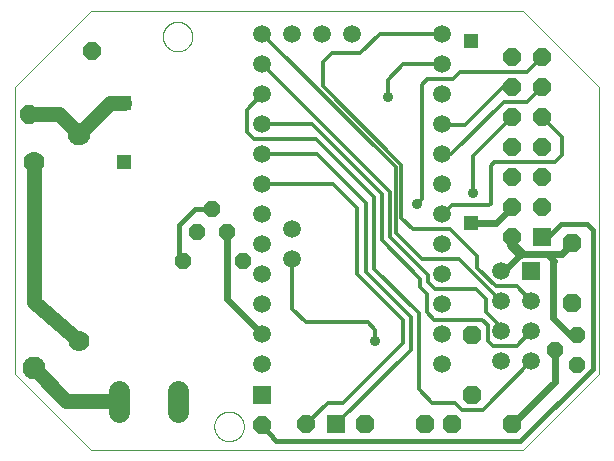
<source format=gbl>
G75*
%MOIN*%
%OFA0B0*%
%FSLAX25Y25*%
%IPPOS*%
%LPD*%
%AMOC8*
5,1,8,0,0,1.08239X$1,22.5*
%
%ADD10C,0.00000*%
%ADD11R,0.05150X0.05150*%
%ADD12C,0.07600*%
%ADD13C,0.07000*%
%ADD14C,0.07050*%
%ADD15C,0.05937*%
%ADD16R,0.05937X0.05937*%
%ADD17OC8,0.06300*%
%ADD18OC8,0.05200*%
%ADD19R,0.06000X0.06000*%
%ADD20OC8,0.06000*%
%ADD21C,0.01187*%
%ADD22C,0.05000*%
%ADD23C,0.02400*%
%ADD24C,0.03200*%
%ADD25C,0.01200*%
%ADD26C,0.03562*%
%ADD27C,0.01600*%
D10*
X0002942Y0027902D02*
X0028336Y0002508D01*
X0172431Y0002508D01*
X0197824Y0027902D01*
X0197824Y0123374D01*
X0172431Y0148768D01*
X0028336Y0148768D01*
X0002942Y0123374D01*
X0002942Y0027902D01*
X0069478Y0010382D02*
X0069480Y0010522D01*
X0069486Y0010662D01*
X0069496Y0010801D01*
X0069510Y0010940D01*
X0069528Y0011079D01*
X0069549Y0011217D01*
X0069575Y0011355D01*
X0069605Y0011492D01*
X0069638Y0011627D01*
X0069676Y0011762D01*
X0069717Y0011896D01*
X0069762Y0012029D01*
X0069810Y0012160D01*
X0069863Y0012289D01*
X0069919Y0012418D01*
X0069978Y0012544D01*
X0070042Y0012669D01*
X0070108Y0012792D01*
X0070179Y0012913D01*
X0070252Y0013032D01*
X0070329Y0013149D01*
X0070410Y0013263D01*
X0070493Y0013375D01*
X0070580Y0013485D01*
X0070670Y0013593D01*
X0070762Y0013697D01*
X0070858Y0013799D01*
X0070957Y0013899D01*
X0071058Y0013995D01*
X0071162Y0014089D01*
X0071269Y0014179D01*
X0071378Y0014266D01*
X0071490Y0014351D01*
X0071604Y0014432D01*
X0071720Y0014510D01*
X0071838Y0014584D01*
X0071959Y0014655D01*
X0072081Y0014723D01*
X0072206Y0014787D01*
X0072332Y0014848D01*
X0072459Y0014905D01*
X0072589Y0014958D01*
X0072720Y0015008D01*
X0072852Y0015053D01*
X0072985Y0015096D01*
X0073120Y0015134D01*
X0073255Y0015168D01*
X0073392Y0015199D01*
X0073529Y0015226D01*
X0073667Y0015248D01*
X0073806Y0015267D01*
X0073945Y0015282D01*
X0074084Y0015293D01*
X0074224Y0015300D01*
X0074364Y0015303D01*
X0074504Y0015302D01*
X0074644Y0015297D01*
X0074783Y0015288D01*
X0074923Y0015275D01*
X0075062Y0015258D01*
X0075200Y0015237D01*
X0075338Y0015213D01*
X0075475Y0015184D01*
X0075611Y0015152D01*
X0075746Y0015115D01*
X0075880Y0015075D01*
X0076013Y0015031D01*
X0076144Y0014983D01*
X0076274Y0014932D01*
X0076403Y0014877D01*
X0076530Y0014818D01*
X0076655Y0014755D01*
X0076778Y0014690D01*
X0076900Y0014620D01*
X0077019Y0014547D01*
X0077137Y0014471D01*
X0077252Y0014392D01*
X0077365Y0014309D01*
X0077475Y0014223D01*
X0077583Y0014134D01*
X0077688Y0014042D01*
X0077791Y0013947D01*
X0077891Y0013849D01*
X0077988Y0013749D01*
X0078082Y0013645D01*
X0078174Y0013539D01*
X0078262Y0013431D01*
X0078347Y0013320D01*
X0078429Y0013206D01*
X0078508Y0013090D01*
X0078583Y0012973D01*
X0078655Y0012853D01*
X0078723Y0012731D01*
X0078788Y0012607D01*
X0078850Y0012481D01*
X0078908Y0012354D01*
X0078962Y0012225D01*
X0079013Y0012094D01*
X0079059Y0011962D01*
X0079102Y0011829D01*
X0079142Y0011695D01*
X0079177Y0011560D01*
X0079209Y0011423D01*
X0079236Y0011286D01*
X0079260Y0011148D01*
X0079280Y0011010D01*
X0079296Y0010871D01*
X0079308Y0010731D01*
X0079316Y0010592D01*
X0079320Y0010452D01*
X0079320Y0010312D01*
X0079316Y0010172D01*
X0079308Y0010033D01*
X0079296Y0009893D01*
X0079280Y0009754D01*
X0079260Y0009616D01*
X0079236Y0009478D01*
X0079209Y0009341D01*
X0079177Y0009204D01*
X0079142Y0009069D01*
X0079102Y0008935D01*
X0079059Y0008802D01*
X0079013Y0008670D01*
X0078962Y0008539D01*
X0078908Y0008410D01*
X0078850Y0008283D01*
X0078788Y0008157D01*
X0078723Y0008033D01*
X0078655Y0007911D01*
X0078583Y0007791D01*
X0078508Y0007674D01*
X0078429Y0007558D01*
X0078347Y0007444D01*
X0078262Y0007333D01*
X0078174Y0007225D01*
X0078082Y0007119D01*
X0077988Y0007015D01*
X0077891Y0006915D01*
X0077791Y0006817D01*
X0077688Y0006722D01*
X0077583Y0006630D01*
X0077475Y0006541D01*
X0077365Y0006455D01*
X0077252Y0006372D01*
X0077137Y0006293D01*
X0077019Y0006217D01*
X0076900Y0006144D01*
X0076778Y0006074D01*
X0076655Y0006009D01*
X0076530Y0005946D01*
X0076403Y0005887D01*
X0076274Y0005832D01*
X0076144Y0005781D01*
X0076013Y0005733D01*
X0075880Y0005689D01*
X0075746Y0005649D01*
X0075611Y0005612D01*
X0075475Y0005580D01*
X0075338Y0005551D01*
X0075200Y0005527D01*
X0075062Y0005506D01*
X0074923Y0005489D01*
X0074783Y0005476D01*
X0074644Y0005467D01*
X0074504Y0005462D01*
X0074364Y0005461D01*
X0074224Y0005464D01*
X0074084Y0005471D01*
X0073945Y0005482D01*
X0073806Y0005497D01*
X0073667Y0005516D01*
X0073529Y0005538D01*
X0073392Y0005565D01*
X0073255Y0005596D01*
X0073120Y0005630D01*
X0072985Y0005668D01*
X0072852Y0005711D01*
X0072720Y0005756D01*
X0072589Y0005806D01*
X0072459Y0005859D01*
X0072332Y0005916D01*
X0072206Y0005977D01*
X0072081Y0006041D01*
X0071959Y0006109D01*
X0071838Y0006180D01*
X0071720Y0006254D01*
X0071604Y0006332D01*
X0071490Y0006413D01*
X0071378Y0006498D01*
X0071269Y0006585D01*
X0071162Y0006675D01*
X0071058Y0006769D01*
X0070957Y0006865D01*
X0070858Y0006965D01*
X0070762Y0007067D01*
X0070670Y0007171D01*
X0070580Y0007279D01*
X0070493Y0007389D01*
X0070410Y0007501D01*
X0070329Y0007615D01*
X0070252Y0007732D01*
X0070179Y0007851D01*
X0070108Y0007972D01*
X0070042Y0008095D01*
X0069978Y0008220D01*
X0069919Y0008346D01*
X0069863Y0008475D01*
X0069810Y0008604D01*
X0069762Y0008735D01*
X0069717Y0008868D01*
X0069676Y0009002D01*
X0069638Y0009137D01*
X0069605Y0009272D01*
X0069575Y0009409D01*
X0069549Y0009547D01*
X0069528Y0009685D01*
X0069510Y0009824D01*
X0069496Y0009963D01*
X0069486Y0010102D01*
X0069480Y0010242D01*
X0069478Y0010382D01*
X0052352Y0140303D02*
X0052354Y0140443D01*
X0052360Y0140583D01*
X0052370Y0140722D01*
X0052384Y0140861D01*
X0052402Y0141000D01*
X0052423Y0141138D01*
X0052449Y0141276D01*
X0052479Y0141413D01*
X0052512Y0141548D01*
X0052550Y0141683D01*
X0052591Y0141817D01*
X0052636Y0141950D01*
X0052684Y0142081D01*
X0052737Y0142210D01*
X0052793Y0142339D01*
X0052852Y0142465D01*
X0052916Y0142590D01*
X0052982Y0142713D01*
X0053053Y0142834D01*
X0053126Y0142953D01*
X0053203Y0143070D01*
X0053284Y0143184D01*
X0053367Y0143296D01*
X0053454Y0143406D01*
X0053544Y0143514D01*
X0053636Y0143618D01*
X0053732Y0143720D01*
X0053831Y0143820D01*
X0053932Y0143916D01*
X0054036Y0144010D01*
X0054143Y0144100D01*
X0054252Y0144187D01*
X0054364Y0144272D01*
X0054478Y0144353D01*
X0054594Y0144431D01*
X0054712Y0144505D01*
X0054833Y0144576D01*
X0054955Y0144644D01*
X0055080Y0144708D01*
X0055206Y0144769D01*
X0055333Y0144826D01*
X0055463Y0144879D01*
X0055594Y0144929D01*
X0055726Y0144974D01*
X0055859Y0145017D01*
X0055994Y0145055D01*
X0056129Y0145089D01*
X0056266Y0145120D01*
X0056403Y0145147D01*
X0056541Y0145169D01*
X0056680Y0145188D01*
X0056819Y0145203D01*
X0056958Y0145214D01*
X0057098Y0145221D01*
X0057238Y0145224D01*
X0057378Y0145223D01*
X0057518Y0145218D01*
X0057657Y0145209D01*
X0057797Y0145196D01*
X0057936Y0145179D01*
X0058074Y0145158D01*
X0058212Y0145134D01*
X0058349Y0145105D01*
X0058485Y0145073D01*
X0058620Y0145036D01*
X0058754Y0144996D01*
X0058887Y0144952D01*
X0059018Y0144904D01*
X0059148Y0144853D01*
X0059277Y0144798D01*
X0059404Y0144739D01*
X0059529Y0144676D01*
X0059652Y0144611D01*
X0059774Y0144541D01*
X0059893Y0144468D01*
X0060011Y0144392D01*
X0060126Y0144313D01*
X0060239Y0144230D01*
X0060349Y0144144D01*
X0060457Y0144055D01*
X0060562Y0143963D01*
X0060665Y0143868D01*
X0060765Y0143770D01*
X0060862Y0143670D01*
X0060956Y0143566D01*
X0061048Y0143460D01*
X0061136Y0143352D01*
X0061221Y0143241D01*
X0061303Y0143127D01*
X0061382Y0143011D01*
X0061457Y0142894D01*
X0061529Y0142774D01*
X0061597Y0142652D01*
X0061662Y0142528D01*
X0061724Y0142402D01*
X0061782Y0142275D01*
X0061836Y0142146D01*
X0061887Y0142015D01*
X0061933Y0141883D01*
X0061976Y0141750D01*
X0062016Y0141616D01*
X0062051Y0141481D01*
X0062083Y0141344D01*
X0062110Y0141207D01*
X0062134Y0141069D01*
X0062154Y0140931D01*
X0062170Y0140792D01*
X0062182Y0140652D01*
X0062190Y0140513D01*
X0062194Y0140373D01*
X0062194Y0140233D01*
X0062190Y0140093D01*
X0062182Y0139954D01*
X0062170Y0139814D01*
X0062154Y0139675D01*
X0062134Y0139537D01*
X0062110Y0139399D01*
X0062083Y0139262D01*
X0062051Y0139125D01*
X0062016Y0138990D01*
X0061976Y0138856D01*
X0061933Y0138723D01*
X0061887Y0138591D01*
X0061836Y0138460D01*
X0061782Y0138331D01*
X0061724Y0138204D01*
X0061662Y0138078D01*
X0061597Y0137954D01*
X0061529Y0137832D01*
X0061457Y0137712D01*
X0061382Y0137595D01*
X0061303Y0137479D01*
X0061221Y0137365D01*
X0061136Y0137254D01*
X0061048Y0137146D01*
X0060956Y0137040D01*
X0060862Y0136936D01*
X0060765Y0136836D01*
X0060665Y0136738D01*
X0060562Y0136643D01*
X0060457Y0136551D01*
X0060349Y0136462D01*
X0060239Y0136376D01*
X0060126Y0136293D01*
X0060011Y0136214D01*
X0059893Y0136138D01*
X0059774Y0136065D01*
X0059652Y0135995D01*
X0059529Y0135930D01*
X0059404Y0135867D01*
X0059277Y0135808D01*
X0059148Y0135753D01*
X0059018Y0135702D01*
X0058887Y0135654D01*
X0058754Y0135610D01*
X0058620Y0135570D01*
X0058485Y0135533D01*
X0058349Y0135501D01*
X0058212Y0135472D01*
X0058074Y0135448D01*
X0057936Y0135427D01*
X0057797Y0135410D01*
X0057657Y0135397D01*
X0057518Y0135388D01*
X0057378Y0135383D01*
X0057238Y0135382D01*
X0057098Y0135385D01*
X0056958Y0135392D01*
X0056819Y0135403D01*
X0056680Y0135418D01*
X0056541Y0135437D01*
X0056403Y0135459D01*
X0056266Y0135486D01*
X0056129Y0135517D01*
X0055994Y0135551D01*
X0055859Y0135589D01*
X0055726Y0135632D01*
X0055594Y0135677D01*
X0055463Y0135727D01*
X0055333Y0135780D01*
X0055206Y0135837D01*
X0055080Y0135898D01*
X0054955Y0135962D01*
X0054833Y0136030D01*
X0054712Y0136101D01*
X0054594Y0136175D01*
X0054478Y0136253D01*
X0054364Y0136334D01*
X0054252Y0136419D01*
X0054143Y0136506D01*
X0054036Y0136596D01*
X0053932Y0136690D01*
X0053831Y0136786D01*
X0053732Y0136886D01*
X0053636Y0136988D01*
X0053544Y0137092D01*
X0053454Y0137200D01*
X0053367Y0137310D01*
X0053284Y0137422D01*
X0053203Y0137536D01*
X0053126Y0137653D01*
X0053053Y0137772D01*
X0052982Y0137893D01*
X0052916Y0138016D01*
X0052852Y0138141D01*
X0052793Y0138267D01*
X0052737Y0138396D01*
X0052684Y0138525D01*
X0052636Y0138656D01*
X0052591Y0138789D01*
X0052550Y0138923D01*
X0052512Y0139058D01*
X0052479Y0139193D01*
X0052449Y0139330D01*
X0052423Y0139468D01*
X0052402Y0139606D01*
X0052384Y0139745D01*
X0052370Y0139884D01*
X0052360Y0140023D01*
X0052354Y0140163D01*
X0052352Y0140303D01*
D11*
X0039429Y0118256D03*
X0039429Y0098571D03*
X0155177Y0078098D03*
X0155177Y0138728D03*
D12*
X0024237Y0107754D03*
X0009270Y0029692D03*
D13*
X0024237Y0038920D03*
X0009270Y0098527D03*
D14*
X0037846Y0022272D02*
X0037846Y0015222D01*
X0057531Y0015222D02*
X0057531Y0022272D01*
D15*
X0085565Y0031051D03*
X0085565Y0041051D03*
X0085565Y0051051D03*
X0085565Y0061051D03*
X0095565Y0066051D03*
X0085565Y0071051D03*
X0095565Y0076051D03*
X0085565Y0081051D03*
X0085565Y0091051D03*
X0085565Y0101051D03*
X0085565Y0111051D03*
X0085565Y0121051D03*
X0085565Y0131051D03*
X0085565Y0141051D03*
X0095565Y0141051D03*
X0105565Y0141051D03*
X0115565Y0141051D03*
X0145565Y0141051D03*
X0145565Y0131051D03*
X0145565Y0121051D03*
X0145565Y0111051D03*
X0145565Y0101051D03*
X0145565Y0091051D03*
X0145565Y0081051D03*
X0145565Y0071051D03*
X0145565Y0061051D03*
X0145565Y0051051D03*
X0145565Y0041051D03*
X0145565Y0031051D03*
X0165213Y0032068D03*
X0175213Y0032068D03*
X0175213Y0042068D03*
X0165213Y0042068D03*
X0165213Y0052068D03*
X0175213Y0052068D03*
X0165213Y0062068D03*
D16*
X0175213Y0062068D03*
D17*
X0188769Y0071366D03*
X0188769Y0051366D03*
X0155502Y0040854D03*
X0155502Y0020854D03*
X0148748Y0011089D03*
X0139613Y0011161D03*
X0119613Y0011161D03*
X0168748Y0011089D03*
D18*
X0190451Y0030795D03*
X0182951Y0035795D03*
X0190451Y0040795D03*
X0079059Y0065416D03*
X0073691Y0075343D03*
X0068691Y0082843D03*
X0063691Y0075343D03*
X0059059Y0065416D03*
D19*
X0085521Y0020992D03*
X0110108Y0011091D03*
X0178809Y0073492D03*
D20*
X0168809Y0073492D03*
X0168809Y0083492D03*
X0178809Y0083492D03*
X0178809Y0093492D03*
X0168809Y0093492D03*
X0168809Y0103492D03*
X0178809Y0103492D03*
X0178809Y0113492D03*
X0168809Y0113492D03*
X0168809Y0123492D03*
X0178809Y0123492D03*
X0178809Y0133492D03*
X0168809Y0133492D03*
X0100108Y0011091D03*
X0085521Y0010992D03*
D21*
X0009391Y0114768D02*
X0009985Y0115362D01*
X0009985Y0113394D01*
X0008595Y0112004D01*
X0006627Y0112004D01*
X0005237Y0113394D01*
X0005237Y0115362D01*
X0006627Y0116752D01*
X0008595Y0116752D01*
X0009985Y0115362D01*
X0009094Y0114993D01*
X0009094Y0113763D01*
X0008226Y0112895D01*
X0006996Y0112895D01*
X0006128Y0113763D01*
X0006128Y0114993D01*
X0006996Y0115861D01*
X0008226Y0115861D01*
X0009094Y0114993D01*
X0008203Y0114624D01*
X0008203Y0114132D01*
X0007857Y0113786D01*
X0007365Y0113786D01*
X0007019Y0114132D01*
X0007019Y0114624D01*
X0007365Y0114970D01*
X0007857Y0114970D01*
X0008203Y0114624D01*
X0030605Y0135981D02*
X0031199Y0136575D01*
X0031199Y0134607D01*
X0029809Y0133217D01*
X0027841Y0133217D01*
X0026451Y0134607D01*
X0026451Y0136575D01*
X0027841Y0137965D01*
X0029809Y0137965D01*
X0031199Y0136575D01*
X0030308Y0136206D01*
X0030308Y0134976D01*
X0029440Y0134108D01*
X0028210Y0134108D01*
X0027342Y0134976D01*
X0027342Y0136206D01*
X0028210Y0137074D01*
X0029440Y0137074D01*
X0030308Y0136206D01*
X0029417Y0135837D01*
X0029417Y0135345D01*
X0029071Y0134999D01*
X0028579Y0134999D01*
X0028233Y0135345D01*
X0028233Y0135837D01*
X0028579Y0136183D01*
X0029071Y0136183D01*
X0029417Y0135837D01*
D22*
X0009270Y0029692D02*
X0020215Y0018747D01*
X0037846Y0018747D01*
X0024237Y0038920D02*
X0009270Y0051918D01*
X0009270Y0098527D01*
X0024237Y0107754D02*
X0034739Y0118256D01*
X0039429Y0118256D01*
X0024237Y0107754D02*
X0017614Y0114378D01*
X0007611Y0114378D01*
D23*
X0073691Y0075343D02*
X0073691Y0052925D01*
X0085565Y0041051D01*
X0155177Y0078098D02*
X0163415Y0078098D01*
X0168809Y0083492D01*
X0171840Y0067862D02*
X0180305Y0067862D01*
X0185265Y0067862D01*
X0188769Y0071366D01*
X0182667Y0065500D02*
X0182565Y0065398D01*
X0182565Y0046359D01*
X0188128Y0040795D01*
X0190451Y0040795D01*
X0182951Y0035795D02*
X0182951Y0025292D01*
X0168748Y0011089D01*
X0166046Y0062068D02*
X0165213Y0062068D01*
X0166046Y0062068D02*
X0171840Y0067862D01*
X0180305Y0067862D02*
X0182667Y0065500D01*
D24*
X0171840Y0067862D02*
X0168809Y0070894D01*
X0168809Y0073492D01*
D25*
X0157076Y0067075D02*
X0157076Y0063335D01*
X0163376Y0057035D01*
X0170245Y0057035D01*
X0175213Y0052068D01*
X0165213Y0052068D02*
X0151190Y0066091D01*
X0138572Y0066091D01*
X0129911Y0074752D01*
X0129911Y0096705D01*
X0085565Y0141051D01*
X0085565Y0131051D02*
X0127942Y0088673D01*
X0127942Y0073571D01*
X0140738Y0060776D01*
X0140738Y0058413D01*
X0143100Y0056051D01*
X0156879Y0056051D01*
X0160226Y0052705D01*
X0160226Y0048629D01*
X0165213Y0043643D01*
X0165213Y0042068D01*
X0160620Y0044043D02*
X0160620Y0038925D01*
X0162391Y0037154D01*
X0170298Y0037154D01*
X0175213Y0042068D01*
X0175213Y0032068D02*
X0159039Y0015894D01*
X0152155Y0015894D01*
X0149793Y0018256D01*
X0142116Y0018256D01*
X0137588Y0022783D01*
X0137588Y0048177D01*
X0122824Y0062941D01*
X0122824Y0086760D01*
X0103533Y0106051D01*
X0082667Y0106051D01*
X0080305Y0108413D01*
X0080305Y0115791D01*
X0085565Y0121051D01*
X0085565Y0111051D02*
X0102076Y0111051D01*
X0125383Y0087744D01*
X0125383Y0072390D01*
X0138179Y0059594D01*
X0138179Y0056839D01*
X0140344Y0054673D01*
X0140344Y0048374D01*
X0142706Y0046012D01*
X0158651Y0046012D01*
X0160620Y0044043D01*
X0135029Y0046996D02*
X0135029Y0036012D01*
X0110108Y0011091D01*
X0112391Y0018256D02*
X0107273Y0018256D01*
X0100108Y0011091D01*
X0112391Y0018256D02*
X0132273Y0038138D01*
X0132273Y0046012D01*
X0117116Y0061169D01*
X0117116Y0083020D01*
X0109084Y0091051D01*
X0085565Y0091051D01*
X0085565Y0101051D02*
X0103809Y0101051D01*
X0120068Y0084791D01*
X0120068Y0061957D01*
X0135029Y0046996D01*
X0123218Y0042469D02*
X0123218Y0038925D01*
X0123218Y0042469D02*
X0120659Y0045028D01*
X0099990Y0045028D01*
X0095565Y0049453D01*
X0095565Y0066051D01*
X0095604Y0066091D01*
X0068691Y0082843D02*
X0068671Y0082823D01*
X0105698Y0123768D02*
X0105698Y0131839D01*
X0108651Y0134791D01*
X0118100Y0134791D01*
X0124596Y0141287D01*
X0145328Y0141287D01*
X0145565Y0141051D01*
X0145565Y0131051D02*
X0132457Y0131051D01*
X0127265Y0125859D01*
X0127265Y0120233D01*
X0127352Y0120146D01*
X0138572Y0124161D02*
X0138572Y0086169D01*
X0136998Y0084594D01*
X0131879Y0079870D02*
X0131879Y0097587D01*
X0105698Y0123768D01*
X0138572Y0124161D02*
X0140541Y0126130D01*
X0149202Y0126130D01*
X0151565Y0128492D01*
X0173809Y0128492D01*
X0178809Y0133492D01*
X0178809Y0123492D02*
X0173769Y0118453D01*
X0165935Y0118453D01*
X0148533Y0101051D01*
X0145565Y0101051D01*
X0155895Y0100579D02*
X0168809Y0113492D01*
X0178809Y0113492D02*
X0185423Y0106878D01*
X0185423Y0100736D01*
X0183061Y0098374D01*
X0162785Y0098374D01*
X0161604Y0097193D01*
X0161604Y0084594D01*
X0161210Y0084201D01*
X0148809Y0084201D01*
X0145659Y0081051D01*
X0145565Y0081051D01*
X0148021Y0076130D02*
X0135620Y0076130D01*
X0131879Y0079870D01*
X0148021Y0076130D02*
X0157076Y0067075D01*
X0155895Y0088138D02*
X0155895Y0100579D01*
X0153139Y0110972D02*
X0145643Y0110972D01*
X0145565Y0111051D01*
X0153139Y0110972D02*
X0165659Y0123492D01*
X0168809Y0123492D01*
D26*
X0127352Y0120146D03*
X0155895Y0088138D03*
X0136998Y0084594D03*
X0123218Y0038925D03*
D27*
X0085521Y0010992D02*
X0090068Y0005461D01*
X0171446Y0005461D01*
X0195659Y0029673D01*
X0195659Y0075933D01*
X0193887Y0077705D01*
X0185029Y0077705D01*
X0180816Y0073492D01*
X0178809Y0073492D01*
X0068691Y0082843D02*
X0063148Y0082843D01*
X0057665Y0077359D01*
X0057665Y0066810D01*
X0059059Y0065416D01*
M02*

</source>
